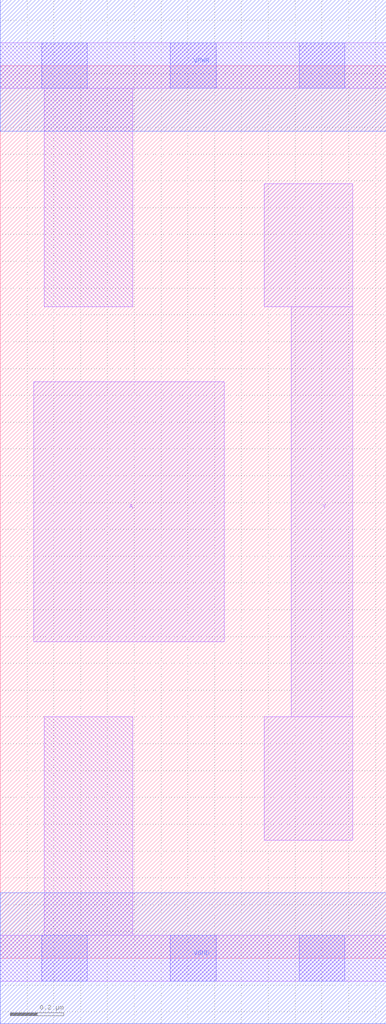
<source format=lef>
# Copyright 2020 The SkyWater PDK Authors
#
# Licensed under the Apache License, Version 2.0 (the "License");
# you may not use this file except in compliance with the License.
# You may obtain a copy of the License at
#
#     https://www.apache.org/licenses/LICENSE-2.0
#
# Unless required by applicable law or agreed to in writing, software
# distributed under the License is distributed on an "AS IS" BASIS,
# WITHOUT WARRANTIES OR CONDITIONS OF ANY KIND, either express or implied.
# See the License for the specific language governing permissions and
# limitations under the License.
#
# SPDX-License-Identifier: Apache-2.0

VERSION 5.7 ;
  NOWIREEXTENSIONATPIN ON ;
  DIVIDERCHAR "/" ;
  BUSBITCHARS "[]" ;
UNITS
  DATABASE MICRONS 200 ;
END UNITS
MACRO sky130_fd_sc_lp__invlp_m
  CLASS CORE ;
  FOREIGN sky130_fd_sc_lp__invlp_m ;
  ORIGIN  0.000000  0.000000 ;
  SIZE  1.440000 BY  3.330000 ;
  SYMMETRY X Y R90 ;
  SITE unit ;
  PIN A
    ANTENNAGATEAREA  0.252000 ;
    DIRECTION INPUT ;
    USE SIGNAL ;
    PORT
      LAYER li1 ;
        RECT 0.125000 1.180000 0.835000 2.150000 ;
    END
  END A
  PIN Y
    ANTENNADIFFAREA  0.239400 ;
    DIRECTION OUTPUT ;
    USE SIGNAL ;
    PORT
      LAYER li1 ;
        RECT 0.985000 0.440000 1.315000 0.900000 ;
        RECT 0.985000 2.430000 1.315000 2.890000 ;
        RECT 1.085000 0.900000 1.315000 2.430000 ;
    END
  END Y
  PIN VGND
    DIRECTION INOUT ;
    USE GROUND ;
    PORT
      LAYER met1 ;
        RECT 0.000000 -0.245000 1.440000 0.245000 ;
    END
  END VGND
  PIN VPWR
    DIRECTION INOUT ;
    USE POWER ;
    PORT
      LAYER met1 ;
        RECT 0.000000 3.085000 1.440000 3.575000 ;
    END
  END VPWR
  OBS
    LAYER li1 ;
      RECT 0.000000 -0.085000 1.440000 0.085000 ;
      RECT 0.000000  3.245000 1.440000 3.415000 ;
      RECT 0.165000  0.085000 0.495000 0.900000 ;
      RECT 0.165000  2.430000 0.495000 3.245000 ;
    LAYER mcon ;
      RECT 0.155000 -0.085000 0.325000 0.085000 ;
      RECT 0.155000  3.245000 0.325000 3.415000 ;
      RECT 0.635000 -0.085000 0.805000 0.085000 ;
      RECT 0.635000  3.245000 0.805000 3.415000 ;
      RECT 1.115000 -0.085000 1.285000 0.085000 ;
      RECT 1.115000  3.245000 1.285000 3.415000 ;
  END
END sky130_fd_sc_lp__invlp_m
END LIBRARY

</source>
